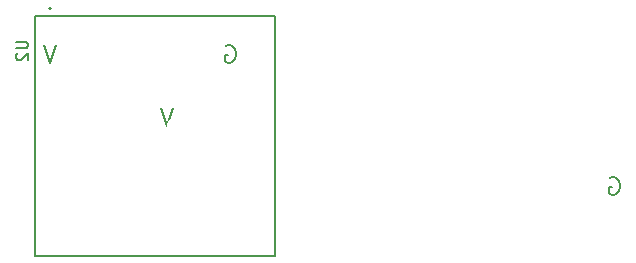
<source format=gbo>
G04 #@! TF.GenerationSoftware,KiCad,Pcbnew,(6.0.7)*
G04 #@! TF.CreationDate,2023-02-20T20:30:12+09:00*
G04 #@! TF.ProjectId,mirubo,6d697275-626f-42e6-9b69-6361645f7063,rev?*
G04 #@! TF.SameCoordinates,Original*
G04 #@! TF.FileFunction,Legend,Bot*
G04 #@! TF.FilePolarity,Positive*
%FSLAX46Y46*%
G04 Gerber Fmt 4.6, Leading zero omitted, Abs format (unit mm)*
G04 Created by KiCad (PCBNEW (6.0.7)) date 2023-02-20 20:30:12*
%MOMM*%
%LPD*%
G01*
G04 APERTURE LIST*
%ADD10C,0.150000*%
%ADD11C,0.127000*%
%ADD12C,0.200000*%
%ADD13R,1.700000X1.700000*%
%ADD14O,1.700000X1.700000*%
%ADD15R,1.200000X2.000000*%
%ADD16O,1.200000X2.000000*%
%ADD17R,1.600000X1.600000*%
%ADD18C,1.600000*%
%ADD19R,1.308000X1.308000*%
%ADD20C,1.308000*%
G04 APERTURE END LIST*
D10*
X91432000Y-111192571D02*
X90932000Y-112692571D01*
X90432000Y-111192571D01*
X81526000Y-105858571D02*
X81026000Y-107358571D01*
X80526000Y-105858571D01*
X128385142Y-117106000D02*
X128528000Y-117034571D01*
X128742285Y-117034571D01*
X128956571Y-117106000D01*
X129099428Y-117248857D01*
X129170857Y-117391714D01*
X129242285Y-117677428D01*
X129242285Y-117891714D01*
X129170857Y-118177428D01*
X129099428Y-118320285D01*
X128956571Y-118463142D01*
X128742285Y-118534571D01*
X128599428Y-118534571D01*
X128385142Y-118463142D01*
X128313714Y-118391714D01*
X128313714Y-117891714D01*
X128599428Y-117891714D01*
X95873142Y-105930000D02*
X96016000Y-105858571D01*
X96230285Y-105858571D01*
X96444571Y-105930000D01*
X96587428Y-106072857D01*
X96658857Y-106215714D01*
X96730285Y-106501428D01*
X96730285Y-106715714D01*
X96658857Y-107001428D01*
X96587428Y-107144285D01*
X96444571Y-107287142D01*
X96230285Y-107358571D01*
X96087428Y-107358571D01*
X95873142Y-107287142D01*
X95801714Y-107215714D01*
X95801714Y-106715714D01*
X96087428Y-106715714D01*
X78133380Y-105551095D02*
X78942904Y-105551095D01*
X79038142Y-105598714D01*
X79085761Y-105646333D01*
X79133380Y-105741571D01*
X79133380Y-105932047D01*
X79085761Y-106027285D01*
X79038142Y-106074904D01*
X78942904Y-106122523D01*
X78133380Y-106122523D01*
X78228619Y-106551095D02*
X78181000Y-106598714D01*
X78133380Y-106693952D01*
X78133380Y-106932047D01*
X78181000Y-107027285D01*
X78228619Y-107074904D01*
X78323857Y-107122523D01*
X78419095Y-107122523D01*
X78561952Y-107074904D01*
X79133380Y-106503476D01*
X79133380Y-107122523D01*
D11*
X100076000Y-123698000D02*
X100076000Y-103378000D01*
X79756000Y-123698000D02*
X100076000Y-123698000D01*
X100076000Y-103378000D02*
X79756000Y-103378000D01*
X79756000Y-103378000D02*
X79756000Y-123698000D01*
D12*
X81126000Y-102738000D02*
G75*
G03*
X81126000Y-102738000I-100000J0D01*
G01*
%LPC*%
D13*
X68834000Y-114046000D03*
D14*
X68834000Y-111506000D03*
D13*
X63515000Y-74168000D03*
D14*
X66055000Y-74168000D03*
X68595000Y-74168000D03*
D13*
X126238000Y-117871000D03*
D14*
X126238000Y-120411000D03*
X126238000Y-122951000D03*
D15*
X75854560Y-125984000D03*
D16*
X78394560Y-125984000D03*
X80934560Y-125984000D03*
X83474560Y-125984000D03*
X86014560Y-125984000D03*
X88554560Y-125984000D03*
X91094560Y-125984000D03*
X93634560Y-125984000D03*
X96174560Y-125984000D03*
X98714560Y-125984000D03*
X101254560Y-125984000D03*
X103794560Y-125984000D03*
X106334560Y-125984000D03*
X108874560Y-125984000D03*
X111414560Y-125984000D03*
X113954560Y-125984000D03*
X116494560Y-125984000D03*
X119034560Y-125984000D03*
X121574560Y-125984000D03*
X121571840Y-100587680D03*
X119031840Y-100587680D03*
X116494560Y-100584000D03*
X113954560Y-100584000D03*
X111414560Y-100584000D03*
X108874560Y-100584000D03*
X106334560Y-100584000D03*
X103794560Y-100584000D03*
X101254560Y-100584000D03*
X98714560Y-100584000D03*
X96174560Y-100584000D03*
X93634560Y-100584000D03*
X91094560Y-100584000D03*
X88554560Y-100584000D03*
X86014560Y-100584000D03*
X83474560Y-100584000D03*
X80934560Y-100584000D03*
X78394560Y-100584000D03*
X75854560Y-100584000D03*
D13*
X107681000Y-130048000D03*
D14*
X105141000Y-130048000D03*
X102601000Y-130048000D03*
X100061000Y-130048000D03*
X97521000Y-130048000D03*
X94981000Y-130048000D03*
X92441000Y-130048000D03*
X89901000Y-130048000D03*
D13*
X130033000Y-112014000D03*
D14*
X127493000Y-112014000D03*
X124953000Y-112014000D03*
D17*
X89154000Y-112776000D03*
D18*
X91654000Y-112776000D03*
D19*
X81026000Y-104521000D03*
D20*
X83566000Y-104521000D03*
X86106000Y-104521000D03*
X88646000Y-104521000D03*
X91186000Y-104521000D03*
X93726000Y-104521000D03*
X96266000Y-104521000D03*
X98806000Y-104521000D03*
X98806000Y-122555000D03*
X96266000Y-122555000D03*
X93726000Y-122555000D03*
X91186000Y-122555000D03*
X88646000Y-122555000D03*
X86106000Y-122555000D03*
X83566000Y-122555000D03*
X81026000Y-122555000D03*
M02*

</source>
